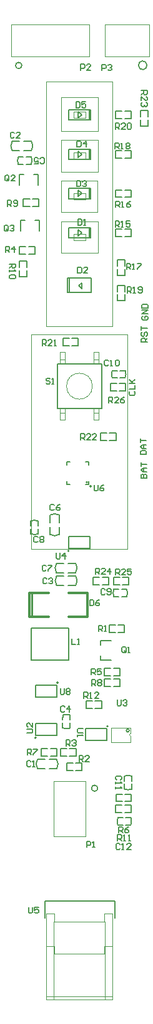
<source format=gto>
%FSLAX25Y25*%
%MOIN*%
G70*
G01*
G75*
%ADD10C,0.05906*%
%ADD11R,0.02362X0.02756*%
%ADD12R,0.02756X0.02362*%
%ADD13R,0.03150X0.03937*%
%ADD14R,0.03937X0.03150*%
%ADD15R,0.02559X0.02165*%
%ADD16R,0.02165X0.02559*%
%ADD17R,0.03543X0.03150*%
%ADD18R,0.03543X0.03150*%
%ADD19R,0.01575X0.03937*%
%ADD20O,0.01181X0.07874*%
%ADD21R,0.01181X0.07874*%
%ADD22R,0.02362X0.07874*%
%ADD23R,0.01063X0.07874*%
%ADD24R,0.05118X0.05118*%
%ADD25R,0.00787X0.02362*%
%ADD26R,0.00787X0.03150*%
%ADD27R,0.02362X0.00787*%
%ADD28R,0.03150X0.00787*%
%ADD29R,0.05118X0.15748*%
%ADD30R,0.03150X0.03543*%
%ADD31R,0.03150X0.03543*%
%ADD32R,0.06299X0.07480*%
%ADD33R,0.02756X0.13386*%
%ADD34R,0.02756X0.06102*%
%ADD35R,0.07874X0.10000*%
%ADD36R,0.07480X0.06299*%
%ADD37R,0.13386X0.02756*%
%ADD38R,0.03150X0.02559*%
%ADD39C,0.01575*%
%ADD40C,0.01000*%
%ADD41C,0.02362*%
%ADD42C,0.00787*%
%ADD43C,0.01181*%
%ADD44C,0.01969*%
%ADD45C,0.03150*%
%ADD46C,0.00500*%
%ADD47C,0.00591*%
%ADD48C,0.00394*%
%ADD49C,0.00600*%
%ADD50C,0.00197*%
%ADD51C,0.00709*%
%ADD52C,0.01200*%
D40*
X16040Y-315259D02*
Y-302661D01*
D42*
X39338Y-291961D02*
G03*
X39338Y-287019I-3706J2471D01*
G01*
X29102D02*
G03*
X29102Y-291961I3706J-2471D01*
G01*
X25679Y-271618D02*
G03*
X30621Y-271618I2471J3706D01*
G01*
Y-261382D02*
G03*
X25679Y-261382I-2471J-3706D01*
G01*
X18972Y-391160D02*
G03*
X18972Y-396101I3706J-2471D01*
G01*
X29208D02*
G03*
X29208Y-391160I-3706J2471D01*
G01*
X30028Y-350461D02*
G03*
X30028Y-350461I-394J0D01*
G01*
X56647Y-373540D02*
G03*
X56647Y-373540I-394J0D01*
G01*
X18240Y-379641D02*
G03*
X18240Y-379641I-394J0D01*
G01*
X47660Y-246061D02*
G03*
X47660Y-246061I-394J0D01*
G01*
X39378Y-298741D02*
G03*
X39378Y-293799I-3706J2471D01*
G01*
X29142D02*
G03*
X29142Y-298741I3706J-2471D01*
G01*
X15718Y-67781D02*
G03*
X15718Y-62839I-3706J2471D01*
G01*
X5482D02*
G03*
X5482Y-67781I3706J-2471D01*
G01*
X35810Y-280430D02*
G03*
X35810Y-280430I-394J0D01*
G01*
X35401Y-287019D02*
X39338D01*
X35401Y-291961D02*
X39338D01*
X29102Y-287019D02*
X33039D01*
X29102Y-291961D02*
X33039D01*
X30621Y-271618D02*
Y-267681D01*
X25679Y-271618D02*
Y-267681D01*
X30621Y-265319D02*
Y-261382D01*
X25679Y-265319D02*
Y-261382D01*
X18972Y-396101D02*
X22909D01*
X18972Y-391160D02*
X22909D01*
X25271Y-396101D02*
X29208D01*
X25271Y-391160D02*
X29208D01*
X17008Y-80470D02*
X19370D01*
X9134D02*
X11496D01*
X19370Y-86139D02*
Y-80470D01*
X9134Y-86100D02*
Y-80470D01*
X17666Y-104872D02*
X20028D01*
X9792D02*
X12154D01*
X20028Y-110541D02*
Y-104872D01*
X9792Y-110502D02*
Y-104872D01*
X45223Y-108675D02*
X47428D01*
X46759Y-114187D02*
X47389D01*
X47428Y-114148D01*
Y-113557D01*
X46759Y-114187D02*
Y-108675D01*
X47428Y-113557D02*
Y-108675D01*
X35774Y-114187D02*
X46759D01*
X35774D02*
Y-108675D01*
X46759D01*
X45223Y-87809D02*
X47428D01*
X46759Y-93321D02*
X47389D01*
X47428Y-93282D01*
Y-92691D01*
X46759Y-93321D02*
Y-87809D01*
X47428Y-92691D02*
Y-87809D01*
X35774Y-93321D02*
X46759D01*
X35774D02*
Y-87809D01*
X46759D01*
X45223Y-66943D02*
X47428D01*
X46759Y-72455D02*
X47389D01*
X47428Y-72416D01*
Y-71825D01*
X46759Y-72455D02*
Y-66943D01*
X47428Y-71825D02*
Y-66943D01*
X35774Y-72455D02*
X46759D01*
X35774D02*
Y-66943D01*
X46759D01*
X45223Y-46077D02*
X47428D01*
X46759Y-51589D02*
X47389D01*
X47428Y-51549D01*
Y-50959D01*
X46759Y-51589D02*
Y-46077D01*
X47428Y-50959D02*
Y-46077D01*
X35774Y-51589D02*
X46759D01*
X35774D02*
Y-46077D01*
X46759D01*
X35441Y-293799D02*
X39378D01*
X35441Y-298741D02*
X39378D01*
X29142Y-293799D02*
X33079D01*
X29142Y-298741D02*
X33079D01*
X52530Y-330440D02*
Y-328078D01*
Y-338314D02*
Y-335952D01*
Y-328078D02*
X58199D01*
X52530Y-338314D02*
X58160D01*
X11781Y-62839D02*
X15718D01*
X11781Y-67781D02*
X15718D01*
X5482Y-62839D02*
X9419D01*
X5482Y-67781D02*
X9419D01*
X29626Y-181004D02*
X53248D01*
X29626Y-204626D02*
Y-181004D01*
Y-204626D02*
X53248D01*
Y-181004D01*
X35017Y-143049D02*
X47615D01*
X35017Y-135568D02*
X47615D01*
X42497Y-141080D02*
Y-137930D01*
X47615Y-143049D02*
Y-135568D01*
X35017Y-143049D02*
Y-135568D01*
X35804Y-143049D02*
Y-135568D01*
X40922Y-139505D02*
X42497Y-141080D01*
X40922Y-139505D02*
X42497Y-137930D01*
D46*
X36365Y-367625D02*
G03*
X32466Y-367629I-1945J-4864D01*
G01*
X32436Y-374482D02*
G03*
X36372Y-374557I2063J4907D01*
G01*
X58865Y-184615D02*
G03*
X58868Y-188514I4864J-1945D01*
G01*
X65721Y-188544D02*
G03*
X65796Y-184608I-4907J2063D01*
G01*
X66615Y-304645D02*
G03*
X66612Y-300746I-4864J1945D01*
G01*
X59759Y-300716D02*
G03*
X59684Y-304652I4907J-2063D01*
G01*
X19295Y-264485D02*
G03*
X15396Y-264488I-1945J-4864D01*
G01*
X15366Y-271341D02*
G03*
X19302Y-271416I2063J4907D01*
G01*
X69255Y-400055D02*
G03*
X65356Y-400058I-1945J-4864D01*
G01*
X65326Y-406911D02*
G03*
X69262Y-406986I2063J4907D01*
G01*
X8715Y-71065D02*
G03*
X8718Y-74964I4864J-1945D01*
G01*
X15571Y-74994D02*
G03*
X15646Y-71058I-4907J2063D01*
G01*
X68731Y-426094D02*
G03*
X68806Y-422158I-4907J2063D01*
G01*
X61875Y-422165D02*
G03*
X61878Y-426064I4864J-1945D01*
G01*
X36369Y-370225D02*
Y-367627D01*
X32432Y-370225D02*
X32471Y-367627D01*
X36369Y-374558D02*
Y-371800D01*
X32432Y-374479D02*
Y-371800D01*
X58866Y-184611D02*
X61464D01*
X58866Y-188509D02*
X61464Y-188549D01*
X63039Y-184611D02*
X65798D01*
X63039Y-188549D02*
X65719D01*
X64016Y-304648D02*
X66614D01*
X64016Y-300711D02*
X66614Y-300751D01*
X59682Y-304648D02*
X62441D01*
X59761Y-300711D02*
X62441D01*
X19298Y-267084D02*
Y-264486D01*
X15361Y-267084D02*
X15401Y-264486D01*
X19298Y-271417D02*
Y-268659D01*
X15361Y-271339D02*
Y-268659D01*
X69258Y-402654D02*
Y-400056D01*
X65321Y-402654D02*
X65361Y-400056D01*
X69258Y-406988D02*
Y-404229D01*
X65321Y-406909D02*
Y-404229D01*
X8716Y-71061D02*
X11314D01*
X8716Y-74959D02*
X11314Y-74998D01*
X12889Y-71061D02*
X15648D01*
X12889Y-74998D02*
X15569D01*
X66049Y-426098D02*
X68729D01*
X66049Y-422161D02*
X68808D01*
X61876Y-426059D02*
X64474Y-426098D01*
X61876Y-422161D02*
X64474D01*
D47*
X67921Y-375889D02*
G03*
X67921Y-375889I-781J0D01*
G01*
X72829Y-22626D02*
G03*
X72820Y-22420I2271J206D01*
G01*
X10572Y-22446D02*
G03*
X10575Y-22549I-1652J-103D01*
G01*
X49457Y-408148D02*
G03*
X49354Y-408145I0J1655D01*
G01*
X62745Y-195349D02*
X66091D01*
Y-191411D01*
X62745D02*
X66091D01*
X57824Y-195349D02*
X61170D01*
X57824D02*
Y-191411D01*
X61170D01*
X59496Y-294492D02*
X62843D01*
X59496Y-298429D02*
Y-294492D01*
Y-298429D02*
X62843D01*
X64417Y-294492D02*
X67764D01*
Y-298429D02*
Y-294492D01*
X64417Y-298429D02*
X67764D01*
X48586Y-294492D02*
X51933D01*
X48586Y-298429D02*
Y-294492D01*
Y-298429D02*
X51933D01*
X53507Y-294492D02*
X56854D01*
Y-298429D02*
Y-294492D01*
X53507Y-298429D02*
X56854D01*
X77868Y-49793D02*
Y-46446D01*
X73931D02*
X77868D01*
X73931Y-49793D02*
Y-46446D01*
X77868Y-54714D02*
Y-51367D01*
X73931Y-54714D02*
X77868D01*
X73931D02*
Y-51367D01*
X52526Y-217711D02*
X55873D01*
X52526Y-221649D02*
Y-217711D01*
Y-221649D02*
X55873D01*
X57447Y-217711D02*
X60794D01*
Y-221649D02*
Y-217711D01*
X57447Y-221649D02*
X60794D01*
X37407Y-171309D02*
X40754D01*
Y-167371D01*
X37407D02*
X40754D01*
X32486Y-171309D02*
X35833D01*
X32486D02*
Y-167371D01*
X35833D01*
X60576Y-46922D02*
X63923D01*
X60576Y-50858D02*
Y-46922D01*
Y-50858D02*
X63923D01*
X65497Y-46922D02*
X68844D01*
Y-50858D02*
Y-46922D01*
X65497Y-50858D02*
X68844D01*
X61581Y-147564D02*
Y-144217D01*
Y-147564D02*
X65518D01*
Y-144217D01*
X61581Y-142643D02*
Y-139296D01*
X65518D01*
Y-142643D02*
Y-139296D01*
X60576Y-67730D02*
X63923D01*
X60576Y-71667D02*
Y-67730D01*
Y-71667D02*
X63923D01*
X65497Y-67730D02*
X68844D01*
Y-71667D02*
Y-67730D01*
X65497Y-71667D02*
X68844D01*
X65518Y-129063D02*
Y-125716D01*
X61581D02*
X65518D01*
X61581Y-129063D02*
Y-125716D01*
X65518Y-133984D02*
Y-130637D01*
X61581Y-133984D02*
X65518D01*
X61581D02*
Y-130637D01*
X60576Y-88597D02*
X63923D01*
X60576Y-92534D02*
Y-88597D01*
Y-92534D02*
X63923D01*
X65497Y-88597D02*
X68844D01*
Y-92534D02*
Y-88597D01*
X65497Y-92534D02*
X68844D01*
X60576Y-109463D02*
X63923D01*
X60576Y-113400D02*
Y-109463D01*
Y-113400D02*
X63923D01*
X65497Y-109463D02*
X68844D01*
Y-113400D02*
Y-109463D01*
X65497Y-113400D02*
X68844D01*
X49787Y-363968D02*
X53134D01*
Y-360032D01*
X49787D02*
X53134D01*
X44866Y-363968D02*
X48213D01*
X44866D02*
Y-360032D01*
X48213D01*
X54696Y-348387D02*
X58043D01*
X54696Y-352324D02*
Y-348387D01*
Y-352324D02*
X58043D01*
X59617Y-348387D02*
X62964D01*
Y-352324D02*
Y-348387D01*
X59617Y-352324D02*
X62964D01*
X20956Y-385452D02*
X24303D01*
X20956Y-389389D02*
Y-385452D01*
Y-389389D02*
X24303D01*
X25878Y-385452D02*
X29224D01*
Y-389389D02*
Y-385452D01*
X25878Y-389389D02*
X29224D01*
X54606Y-342697D02*
X57953D01*
X54606Y-346634D02*
Y-342697D01*
Y-346634D02*
X57953D01*
X59527Y-342697D02*
X62874D01*
Y-346634D02*
Y-342697D01*
X59527Y-346634D02*
X62874D01*
X31196Y-385462D02*
X34543D01*
X31196Y-389399D02*
Y-385462D01*
Y-389399D02*
X34543D01*
X36118Y-385462D02*
X39464D01*
Y-389399D02*
Y-385462D01*
X36118Y-389399D02*
X39464D01*
X39438Y-397169D02*
X42784D01*
Y-393232D01*
X39438D02*
X42784D01*
X34516Y-397169D02*
X37863D01*
X34516D02*
Y-393232D01*
X37863D01*
X57186Y-319807D02*
X60533D01*
X57186Y-323744D02*
Y-319807D01*
Y-323744D02*
X60533D01*
X62107Y-319807D02*
X65454D01*
Y-323744D02*
Y-319807D01*
X62107Y-323744D02*
X65454D01*
X65677Y-419328D02*
X69024D01*
Y-415391D01*
X65677D02*
X69024D01*
X60756Y-419328D02*
X64103D01*
X60756D02*
Y-415391D01*
X64103D01*
X9201Y-134754D02*
Y-131407D01*
Y-134754D02*
X13138D01*
Y-131407D01*
X9201Y-129833D02*
Y-126486D01*
X13138D01*
Y-129833D02*
Y-126486D01*
X11456Y-93591D02*
X14803D01*
X11456Y-97528D02*
Y-93591D01*
Y-97528D02*
X14803D01*
X16377Y-93591D02*
X19724D01*
Y-97528D02*
Y-93591D01*
X16377Y-97528D02*
X19724D01*
X14319Y-122641D02*
X17666D01*
Y-118703D01*
X14319D02*
X17666D01*
X9398Y-122641D02*
X12745D01*
X9398D02*
Y-118703D01*
X12745D01*
X22808Y-475395D02*
Y-466537D01*
X60170Y-475356D02*
Y-466537D01*
X22808D02*
X60170D01*
X46400Y-234801D02*
Y-233148D01*
X44746D02*
X46400D01*
X34589Y-234801D02*
Y-233148D01*
X36242D01*
X34589Y-244959D02*
Y-243305D01*
Y-244959D02*
X36242D01*
X44746D02*
X46400D01*
Y-243266D01*
X40775Y-109699D02*
X42467Y-111392D01*
X40775Y-113124D02*
Y-109699D01*
Y-113124D02*
X42467Y-111431D01*
Y-111431D01*
X40775Y-88833D02*
X42467Y-90526D01*
X40775Y-92258D02*
Y-88833D01*
Y-92258D02*
X42467Y-90565D01*
Y-90565D01*
X40775Y-67967D02*
X42467Y-69660D01*
X40775Y-71392D02*
Y-67967D01*
Y-71392D02*
X42467Y-69699D01*
Y-69699D01*
X40775Y-47100D02*
X42467Y-48794D01*
X40775Y-50526D02*
Y-47100D01*
Y-50526D02*
X42467Y-48833D01*
Y-48833D01*
X60816Y-409601D02*
X64163D01*
X60816Y-413539D02*
Y-409601D01*
Y-413539D02*
X64163D01*
X65737Y-409601D02*
X69084D01*
Y-413539D02*
Y-409601D01*
X65737Y-413539D02*
X69084D01*
X31201Y-353544D02*
Y-356168D01*
X31726Y-356693D01*
X32775D01*
X33300Y-356168D01*
Y-353544D01*
X34349Y-354069D02*
X34874Y-353544D01*
X35924D01*
X36448Y-354069D01*
Y-354594D01*
X35924Y-355119D01*
X36448Y-355643D01*
Y-356168D01*
X35924Y-356693D01*
X34874D01*
X34349Y-356168D01*
Y-355643D01*
X34874Y-355119D01*
X34349Y-354594D01*
Y-354069D01*
X34874Y-355119D02*
X35924D01*
X3299Y-109997D02*
Y-107898D01*
X2774Y-107373D01*
X1725D01*
X1200Y-107898D01*
Y-109997D01*
X1725Y-110522D01*
X2774D01*
X2249Y-109473D02*
X3299Y-110522D01*
X2774D02*
X3299Y-109997D01*
X4349Y-107898D02*
X4873Y-107373D01*
X5923D01*
X6448Y-107898D01*
Y-108423D01*
X5923Y-108948D01*
X5398D01*
X5923D01*
X6448Y-109473D01*
Y-109997D01*
X5923Y-110522D01*
X4873D01*
X4349Y-109997D01*
X3741Y-83395D02*
Y-81296D01*
X3216Y-80771D01*
X2167D01*
X1642Y-81296D01*
Y-83395D01*
X2167Y-83920D01*
X3216D01*
X2692Y-82871D02*
X3741Y-83920D01*
X3216D02*
X3741Y-83395D01*
X6890Y-83920D02*
X4791D01*
X6890Y-81821D01*
Y-81296D01*
X6365Y-80771D01*
X5315D01*
X4791Y-81296D01*
X46850Y-306399D02*
Y-309547D01*
X48425D01*
X48950Y-309022D01*
Y-306923D01*
X48425Y-306399D01*
X46850D01*
X52098D02*
X51048Y-306923D01*
X49999Y-307973D01*
Y-309022D01*
X50524Y-309547D01*
X51573D01*
X52098Y-309022D01*
Y-308498D01*
X51573Y-307973D01*
X49999D01*
X63352Y-402099D02*
X63877Y-401574D01*
Y-400525D01*
X63352Y-400000D01*
X61253D01*
X60728Y-400525D01*
Y-401574D01*
X61253Y-402099D01*
X60728Y-403149D02*
Y-404198D01*
Y-403673D01*
X63877D01*
X63352Y-403149D01*
X60728Y-405772D02*
Y-406822D01*
Y-406297D01*
X63877D01*
X63352Y-405772D01*
X13600Y-388800D02*
Y-385651D01*
X15174D01*
X15699Y-386176D01*
Y-387226D01*
X15174Y-387751D01*
X13600D01*
X14649D02*
X15699Y-388800D01*
X16749Y-385651D02*
X18848D01*
Y-386176D01*
X16749Y-388275D01*
Y-388800D01*
X39500Y-41851D02*
Y-45000D01*
X41074D01*
X41599Y-44475D01*
Y-42376D01*
X41074Y-41851D01*
X39500D01*
X44748D02*
X42649D01*
Y-43426D01*
X43698Y-42901D01*
X44223D01*
X44748Y-43426D01*
Y-44475D01*
X44223Y-45000D01*
X43173D01*
X42649Y-44475D01*
X40110Y-62628D02*
Y-65776D01*
X41684D01*
X42209Y-65251D01*
Y-63152D01*
X41684Y-62628D01*
X40110D01*
X44833Y-65776D02*
Y-62628D01*
X43259Y-64202D01*
X45358D01*
X39800Y-83744D02*
Y-86892D01*
X41374D01*
X41899Y-86367D01*
Y-84268D01*
X41374Y-83744D01*
X39800D01*
X42949Y-84268D02*
X43473Y-83744D01*
X44523D01*
X45048Y-84268D01*
Y-84793D01*
X44523Y-85318D01*
X43998D01*
X44523D01*
X45048Y-85843D01*
Y-86367D01*
X44523Y-86892D01*
X43473D01*
X42949Y-86367D01*
X40500Y-104180D02*
Y-107328D01*
X42074D01*
X42599Y-106804D01*
Y-104705D01*
X42074Y-104180D01*
X40500D01*
X43649Y-107328D02*
X44698D01*
X44173D01*
Y-104180D01*
X43649Y-104705D01*
X15399Y-392376D02*
X14874Y-391851D01*
X13825D01*
X13300Y-392376D01*
Y-394475D01*
X13825Y-395000D01*
X14874D01*
X15399Y-394475D01*
X16449Y-395000D02*
X17498D01*
X16973D01*
Y-391851D01*
X16449Y-392376D01*
X6589Y-58456D02*
X6064Y-57931D01*
X5015D01*
X4490Y-58456D01*
Y-60555D01*
X5015Y-61080D01*
X6064D01*
X6589Y-60555D01*
X9738Y-61080D02*
X7639D01*
X9738Y-58981D01*
Y-58456D01*
X9213Y-57931D01*
X8163D01*
X7639Y-58456D01*
X23899Y-295276D02*
X23374Y-294751D01*
X22325D01*
X21800Y-295276D01*
Y-297375D01*
X22325Y-297900D01*
X23374D01*
X23899Y-297375D01*
X24949Y-295276D02*
X25473Y-294751D01*
X26523D01*
X27048Y-295276D01*
Y-295801D01*
X26523Y-296326D01*
X25998D01*
X26523D01*
X27048Y-296850D01*
Y-297375D01*
X26523Y-297900D01*
X25473D01*
X24949Y-297375D01*
X33497Y-363420D02*
X32972Y-362895D01*
X31922D01*
X31398Y-363420D01*
Y-365518D01*
X31922Y-366043D01*
X32972D01*
X33497Y-365518D01*
X36121Y-366043D02*
Y-362895D01*
X34546Y-364469D01*
X36645D01*
X20381Y-74136D02*
X20906Y-74661D01*
X21955D01*
X22480Y-74136D01*
Y-72037D01*
X21955Y-71512D01*
X20906D01*
X20381Y-72037D01*
X17232Y-74661D02*
X19331D01*
Y-73086D01*
X18282Y-73611D01*
X17757D01*
X17232Y-73086D01*
Y-72037D01*
X17757Y-71512D01*
X18807D01*
X19331Y-72037D01*
X27887Y-256234D02*
X27362Y-255710D01*
X26312D01*
X25787Y-256234D01*
Y-258333D01*
X26312Y-258858D01*
X27362D01*
X27887Y-258333D01*
X31035Y-255710D02*
X29985Y-256234D01*
X28936Y-257284D01*
Y-258333D01*
X29461Y-258858D01*
X30510D01*
X31035Y-258333D01*
Y-257809D01*
X30510Y-257284D01*
X28936D01*
X23599Y-288476D02*
X23074Y-287951D01*
X22025D01*
X21500Y-288476D01*
Y-290575D01*
X22025Y-291100D01*
X23074D01*
X23599Y-290575D01*
X24649Y-287951D02*
X26748D01*
Y-288476D01*
X24649Y-290575D01*
Y-291100D01*
X19186Y-273242D02*
X18661Y-272717D01*
X17611D01*
X17087Y-273242D01*
Y-275341D01*
X17611Y-275866D01*
X18661D01*
X19186Y-275341D01*
X20235Y-273242D02*
X20760Y-272717D01*
X21810D01*
X22334Y-273242D01*
Y-273767D01*
X21810Y-274292D01*
X22334Y-274817D01*
Y-275341D01*
X21810Y-275866D01*
X20760D01*
X20235Y-275341D01*
Y-274817D01*
X20760Y-274292D01*
X20235Y-273767D01*
Y-273242D01*
X20760Y-274292D02*
X21810D01*
X54999Y-300976D02*
X54474Y-300451D01*
X53425D01*
X52900Y-300976D01*
Y-303075D01*
X53425Y-303600D01*
X54474D01*
X54999Y-303075D01*
X56049D02*
X56573Y-303600D01*
X57623D01*
X58148Y-303075D01*
Y-300976D01*
X57623Y-300451D01*
X56573D01*
X56049Y-300976D01*
Y-301501D01*
X56573Y-302026D01*
X58148D01*
X56799Y-179476D02*
X56274Y-178951D01*
X55225D01*
X54700Y-179476D01*
Y-181575D01*
X55225Y-182100D01*
X56274D01*
X56799Y-181575D01*
X57849Y-182100D02*
X58898D01*
X58373D01*
Y-178951D01*
X57849Y-179476D01*
X60472D02*
X60997Y-178951D01*
X62047D01*
X62572Y-179476D01*
Y-181575D01*
X62047Y-182100D01*
X60997D01*
X60472Y-181575D01*
Y-179476D01*
X40453Y-129725D02*
Y-132874D01*
X42027D01*
X42552Y-132349D01*
Y-130250D01*
X42027Y-129725D01*
X40453D01*
X45700Y-132874D02*
X43601D01*
X45700Y-130775D01*
Y-130250D01*
X45176Y-129725D01*
X44126D01*
X43601Y-130250D01*
X37248Y-327011D02*
Y-330159D01*
X39347D01*
X40396D02*
X41446D01*
X40921D01*
Y-327011D01*
X40396Y-327536D01*
X45300Y-437900D02*
Y-434751D01*
X46874D01*
X47399Y-435276D01*
Y-436326D01*
X46874Y-436851D01*
X45300D01*
X48449Y-437900D02*
X49498D01*
X48973D01*
Y-434751D01*
X48449Y-435276D01*
X42100Y-25000D02*
Y-21851D01*
X43674D01*
X44199Y-22376D01*
Y-23426D01*
X43674Y-23950D01*
X42100D01*
X47348Y-25000D02*
X45249D01*
X47348Y-22901D01*
Y-22376D01*
X46823Y-21851D01*
X45773D01*
X45249Y-22376D01*
X53400Y-25200D02*
Y-22051D01*
X54974D01*
X55499Y-22576D01*
Y-23626D01*
X54974Y-24150D01*
X53400D01*
X56549Y-22576D02*
X57073Y-22051D01*
X58123D01*
X58648Y-22576D01*
Y-23101D01*
X58123Y-23626D01*
X57598D01*
X58123D01*
X58648Y-24150D01*
Y-24675D01*
X58123Y-25200D01*
X57073D01*
X56549Y-24675D01*
X66174Y-333924D02*
Y-331825D01*
X65649Y-331300D01*
X64600D01*
X64075Y-331825D01*
Y-333924D01*
X64600Y-334449D01*
X65649D01*
X65124Y-333399D02*
X66174Y-334449D01*
X65649D02*
X66174Y-333924D01*
X67223Y-334449D02*
X68273D01*
X67748D01*
Y-331300D01*
X67223Y-331825D01*
X51500Y-323200D02*
Y-320051D01*
X53074D01*
X53599Y-320576D01*
Y-321626D01*
X53074Y-322150D01*
X51500D01*
X52549D02*
X53599Y-323200D01*
X54649D02*
X55698D01*
X55173D01*
Y-320051D01*
X54649Y-320576D01*
X41299Y-392284D02*
Y-389135D01*
X42873D01*
X43398Y-389660D01*
Y-390709D01*
X42873Y-391234D01*
X41299D01*
X42349D02*
X43398Y-392284D01*
X46547D02*
X44448D01*
X46547Y-390184D01*
Y-389660D01*
X46022Y-389135D01*
X44973D01*
X44448Y-389660D01*
X34252Y-384055D02*
Y-380907D01*
X35826D01*
X36351Y-381431D01*
Y-382481D01*
X35826Y-383006D01*
X34252D01*
X35302D02*
X36351Y-384055D01*
X37401Y-381431D02*
X37925Y-380907D01*
X38975D01*
X39500Y-381431D01*
Y-381956D01*
X38975Y-382481D01*
X38450D01*
X38975D01*
X39500Y-383006D01*
Y-383530D01*
X38975Y-384055D01*
X37925D01*
X37401Y-383530D01*
X1900Y-121800D02*
Y-118651D01*
X3474D01*
X3999Y-119176D01*
Y-120226D01*
X3474Y-120750D01*
X1900D01*
X2950D02*
X3999Y-121800D01*
X6623D02*
Y-118651D01*
X5049Y-120226D01*
X7148D01*
X47700Y-346200D02*
Y-343051D01*
X49274D01*
X49799Y-343576D01*
Y-344626D01*
X49274Y-345150D01*
X47700D01*
X48750D02*
X49799Y-346200D01*
X52948Y-343051D02*
X50849D01*
Y-344626D01*
X51898Y-344101D01*
X52423D01*
X52948Y-344626D01*
Y-345675D01*
X52423Y-346200D01*
X51373D01*
X50849Y-345675D01*
X47900Y-352000D02*
Y-348851D01*
X49474D01*
X49999Y-349376D01*
Y-350426D01*
X49474Y-350951D01*
X47900D01*
X48950D02*
X49999Y-352000D01*
X51049Y-349376D02*
X51573Y-348851D01*
X52623D01*
X53148Y-349376D01*
Y-349901D01*
X52623Y-350426D01*
X53148Y-350951D01*
Y-351475D01*
X52623Y-352000D01*
X51573D01*
X51049Y-351475D01*
Y-350951D01*
X51573Y-350426D01*
X51049Y-349901D01*
Y-349376D01*
X51573Y-350426D02*
X52623D01*
X3020Y-97310D02*
Y-94161D01*
X4594D01*
X5119Y-94686D01*
Y-95736D01*
X4594Y-96260D01*
X3020D01*
X4070D02*
X5119Y-97310D01*
X6169Y-96785D02*
X6694Y-97310D01*
X7743D01*
X8268Y-96785D01*
Y-94686D01*
X7743Y-94161D01*
X6694D01*
X6169Y-94686D01*
Y-95211D01*
X6694Y-95736D01*
X8268D01*
X4100Y-128000D02*
X7249D01*
Y-129574D01*
X6724Y-130099D01*
X5674D01*
X5150Y-129574D01*
Y-128000D01*
Y-129050D02*
X4100Y-130099D01*
Y-131149D02*
Y-132198D01*
Y-131673D01*
X7249D01*
X6724Y-131149D01*
Y-133772D02*
X7249Y-134297D01*
Y-135347D01*
X6724Y-135872D01*
X4625D01*
X4100Y-135347D01*
Y-134297D01*
X4625Y-133772D01*
X6724D01*
X61713Y-434350D02*
Y-431202D01*
X63287D01*
X63812Y-431727D01*
Y-432776D01*
X63287Y-433301D01*
X61713D01*
X62762D02*
X63812Y-434350D01*
X64861D02*
X65911D01*
X65386D01*
Y-431202D01*
X64861Y-431727D01*
X67485Y-434350D02*
X68535D01*
X68010D01*
Y-431202D01*
X67485Y-431727D01*
X43701Y-358661D02*
Y-355513D01*
X45275D01*
X45800Y-356038D01*
Y-357087D01*
X45275Y-357612D01*
X43701D01*
X44750D02*
X45800Y-358661D01*
X46849D02*
X47899D01*
X47374D01*
Y-355513D01*
X46849Y-356038D01*
X51572Y-358661D02*
X49473D01*
X51572Y-356562D01*
Y-356038D01*
X51047Y-355513D01*
X49998D01*
X49473Y-356038D01*
X60500Y-108391D02*
Y-105243D01*
X62074D01*
X62599Y-105767D01*
Y-106817D01*
X62074Y-107342D01*
X60500D01*
X61550D02*
X62599Y-108391D01*
X63649D02*
X64698D01*
X64173D01*
Y-105243D01*
X63649Y-105767D01*
X68371Y-105243D02*
X66272D01*
Y-106817D01*
X67322Y-106292D01*
X67847D01*
X68371Y-106817D01*
Y-107867D01*
X67847Y-108391D01*
X66797D01*
X66272Y-107867D01*
X60700Y-97795D02*
Y-94647D01*
X62274D01*
X62799Y-95171D01*
Y-96221D01*
X62274Y-96746D01*
X60700D01*
X61750D02*
X62799Y-97795D01*
X63849D02*
X64898D01*
X64373D01*
Y-94647D01*
X63849Y-95171D01*
X68572Y-94647D02*
X67522Y-95171D01*
X66472Y-96221D01*
Y-97270D01*
X66997Y-97795D01*
X68047D01*
X68572Y-97270D01*
Y-96746D01*
X68047Y-96221D01*
X66472D01*
X66496Y-130905D02*
Y-127757D01*
X68070D01*
X68595Y-128282D01*
Y-129331D01*
X68070Y-129856D01*
X66496D01*
X67546D02*
X68595Y-130905D01*
X69645D02*
X70694D01*
X70169D01*
Y-127757D01*
X69645Y-128282D01*
X72268Y-127757D02*
X74367D01*
Y-128282D01*
X72268Y-130381D01*
Y-130905D01*
X60400Y-66839D02*
Y-63690D01*
X61974D01*
X62499Y-64215D01*
Y-65265D01*
X61974Y-65789D01*
X60400D01*
X61449D02*
X62499Y-66839D01*
X63549D02*
X64598D01*
X64073D01*
Y-63690D01*
X63549Y-64215D01*
X66172D02*
X66697Y-63690D01*
X67747D01*
X68271Y-64215D01*
Y-64740D01*
X67747Y-65265D01*
X68271Y-65789D01*
Y-66314D01*
X67747Y-66839D01*
X66697D01*
X66172Y-66314D01*
Y-65789D01*
X66697Y-65265D01*
X66172Y-64740D01*
Y-64215D01*
X66697Y-65265D02*
X67747D01*
X66969Y-143347D02*
Y-140198D01*
X68543D01*
X69068Y-140723D01*
Y-141772D01*
X68543Y-142297D01*
X66969D01*
X68018D02*
X69068Y-143347D01*
X70117D02*
X71167D01*
X70642D01*
Y-140198D01*
X70117Y-140723D01*
X72741Y-142822D02*
X73266Y-143347D01*
X74315D01*
X74840Y-142822D01*
Y-140723D01*
X74315Y-140198D01*
X73266D01*
X72741Y-140723D01*
Y-141247D01*
X73266Y-141772D01*
X74840D01*
X60600Y-56400D02*
Y-53251D01*
X62174D01*
X62699Y-53776D01*
Y-54826D01*
X62174Y-55351D01*
X60600D01*
X61650D02*
X62699Y-56400D01*
X65848D02*
X63749D01*
X65848Y-54301D01*
Y-53776D01*
X65323Y-53251D01*
X64273D01*
X63749Y-53776D01*
X66897D02*
X67422Y-53251D01*
X68471D01*
X68996Y-53776D01*
Y-55875D01*
X68471Y-56400D01*
X67422D01*
X66897Y-55875D01*
Y-53776D01*
X21500Y-171400D02*
Y-168251D01*
X23074D01*
X23599Y-168776D01*
Y-169826D01*
X23074Y-170351D01*
X21500D01*
X22549D02*
X23599Y-171400D01*
X26748D02*
X24649D01*
X26748Y-169301D01*
Y-168776D01*
X26223Y-168251D01*
X25173D01*
X24649Y-168776D01*
X27797Y-171400D02*
X28847D01*
X28322D01*
Y-168251D01*
X27797Y-168776D01*
X42028Y-221358D02*
Y-218210D01*
X43602D01*
X44127Y-218734D01*
Y-219784D01*
X43602Y-220309D01*
X42028D01*
X43077D02*
X44127Y-221358D01*
X47275D02*
X45176D01*
X47275Y-219259D01*
Y-218734D01*
X46751Y-218210D01*
X45701D01*
X45176Y-218734D01*
X50424Y-221358D02*
X48325D01*
X50424Y-219259D01*
Y-218734D01*
X49899Y-218210D01*
X48849D01*
X48325Y-218734D01*
X74410Y-35925D02*
X77558D01*
Y-37499D01*
X77033Y-38024D01*
X75984D01*
X75459Y-37499D01*
Y-35925D01*
Y-36975D02*
X74410Y-38024D01*
Y-41173D02*
Y-39074D01*
X76508Y-41173D01*
X77033D01*
X77558Y-40648D01*
Y-39599D01*
X77033Y-39074D01*
Y-42222D02*
X77558Y-42747D01*
Y-43797D01*
X77033Y-44321D01*
X76508D01*
X75984Y-43797D01*
Y-43272D01*
Y-43797D01*
X75459Y-44321D01*
X74934D01*
X74410Y-43797D01*
Y-42747D01*
X74934Y-42222D01*
X49915Y-292861D02*
Y-289713D01*
X51489D01*
X52014Y-290238D01*
Y-291287D01*
X51489Y-291812D01*
X49915D01*
X50964D02*
X52014Y-292861D01*
X55162D02*
X53063D01*
X55162Y-290762D01*
Y-290238D01*
X54638Y-289713D01*
X53588D01*
X53063Y-290238D01*
X57786Y-292861D02*
Y-289713D01*
X56212Y-291287D01*
X58311D01*
X60710Y-293107D02*
Y-289959D01*
X62284D01*
X62809Y-290483D01*
Y-291533D01*
X62284Y-292058D01*
X60710D01*
X61760D02*
X62809Y-293107D01*
X65958D02*
X63859D01*
X65958Y-291008D01*
Y-290483D01*
X65433Y-289959D01*
X64384D01*
X63859Y-290483D01*
X69107Y-289959D02*
X67007D01*
Y-291533D01*
X68057Y-291008D01*
X68582D01*
X69107Y-291533D01*
Y-292582D01*
X68582Y-293107D01*
X67532D01*
X67007Y-292582D01*
X57000Y-201811D02*
Y-198662D01*
X58574D01*
X59099Y-199187D01*
Y-200237D01*
X58574Y-200762D01*
X57000D01*
X58049D02*
X59099Y-201811D01*
X62248D02*
X60149D01*
X62248Y-199712D01*
Y-199187D01*
X61723Y-198662D01*
X60673D01*
X60149Y-199187D01*
X65396Y-198662D02*
X64347Y-199187D01*
X63297Y-200237D01*
Y-201286D01*
X63822Y-201811D01*
X64872D01*
X65396Y-201286D01*
Y-200762D01*
X64872Y-200237D01*
X63297D01*
X25682Y-189148D02*
X25157Y-188623D01*
X24107D01*
X23583Y-189148D01*
Y-189673D01*
X24107Y-190197D01*
X25157D01*
X25682Y-190722D01*
Y-191247D01*
X25157Y-191772D01*
X24107D01*
X23583Y-191247D01*
X26731Y-191772D02*
X27781D01*
X27256D01*
Y-188623D01*
X26731Y-189148D01*
X43306Y-374902D02*
X40682D01*
X40157Y-375426D01*
Y-376476D01*
X40682Y-377001D01*
X43306D01*
X40157Y-378050D02*
Y-379100D01*
Y-378575D01*
X43306D01*
X42781Y-378050D01*
X13288Y-377165D02*
X15912D01*
X16437Y-376641D01*
Y-375591D01*
X15912Y-375066D01*
X13288D01*
X16437Y-371918D02*
Y-374017D01*
X14338Y-371918D01*
X13813D01*
X13288Y-372443D01*
Y-373492D01*
X13813Y-374017D01*
X61516Y-359548D02*
Y-362172D01*
X62041Y-362697D01*
X63090D01*
X63615Y-362172D01*
Y-359548D01*
X64664Y-360073D02*
X65189Y-359548D01*
X66239D01*
X66763Y-360073D01*
Y-360598D01*
X66239Y-361123D01*
X65714D01*
X66239D01*
X66763Y-361647D01*
Y-362172D01*
X66239Y-362697D01*
X65189D01*
X64664Y-362172D01*
X28937Y-281497D02*
Y-284121D01*
X29462Y-284646D01*
X30511D01*
X31036Y-284121D01*
Y-281497D01*
X33660Y-284646D02*
Y-281497D01*
X32086Y-283071D01*
X34185D01*
X14215Y-469757D02*
Y-472380D01*
X14740Y-472905D01*
X15789D01*
X16314Y-472380D01*
Y-469757D01*
X19463D02*
X17364D01*
Y-471331D01*
X18413Y-470806D01*
X18938D01*
X19463Y-471331D01*
Y-472380D01*
X18938Y-472905D01*
X17888D01*
X17364Y-472380D01*
X49173Y-245355D02*
Y-247979D01*
X49698Y-248504D01*
X50748D01*
X51272Y-247979D01*
Y-245355D01*
X54421D02*
X53371Y-245880D01*
X52322Y-246930D01*
Y-247979D01*
X52847Y-248504D01*
X53896D01*
X54421Y-247979D01*
Y-247454D01*
X53896Y-246930D01*
X52322D01*
X63024Y-436352D02*
X62499Y-435828D01*
X61450D01*
X60925Y-436352D01*
Y-438452D01*
X61450Y-438976D01*
X62499D01*
X63024Y-438452D01*
X64074Y-438976D02*
X65123D01*
X64599D01*
Y-435828D01*
X64074Y-436352D01*
X68797Y-438976D02*
X66698D01*
X68797Y-436877D01*
Y-436352D01*
X68272Y-435828D01*
X67222D01*
X66698Y-436352D01*
X62363Y-430138D02*
Y-426990D01*
X63937D01*
X64462Y-427514D01*
Y-428564D01*
X63937Y-429089D01*
X62363D01*
X63413D02*
X64462Y-430138D01*
X67611Y-426990D02*
X66561Y-427514D01*
X65512Y-428564D01*
Y-429613D01*
X66036Y-430138D01*
X67086D01*
X67611Y-429613D01*
Y-429089D01*
X67086Y-428564D01*
X65512D01*
X75276Y-155601D02*
X74751Y-156126D01*
Y-157175D01*
X75276Y-157700D01*
X77375D01*
X77900Y-157175D01*
Y-156126D01*
X77375Y-155601D01*
X76326D01*
Y-156650D01*
X77900Y-154551D02*
X74751D01*
X77900Y-152452D01*
X74751D01*
Y-151403D02*
X77900D01*
Y-149829D01*
X77375Y-149304D01*
X75276D01*
X74751Y-149829D01*
Y-151403D01*
X77600Y-169500D02*
X74451D01*
Y-167926D01*
X74976Y-167401D01*
X76026D01*
X76551Y-167926D01*
Y-169500D01*
Y-168450D02*
X77600Y-167401D01*
X74976Y-164252D02*
X74451Y-164777D01*
Y-165827D01*
X74976Y-166351D01*
X75501D01*
X76026Y-165827D01*
Y-164777D01*
X76551Y-164252D01*
X77075D01*
X77600Y-164777D01*
Y-165827D01*
X77075Y-166351D01*
X74451Y-163203D02*
Y-161104D01*
Y-162153D01*
X77600D01*
X68376Y-195601D02*
X67851Y-196126D01*
Y-197175D01*
X68376Y-197700D01*
X70475D01*
X71000Y-197175D01*
Y-196126D01*
X70475Y-195601D01*
X67851Y-194551D02*
X71000D01*
Y-192452D01*
X67851Y-191403D02*
X71000D01*
X69950D01*
X67851Y-189304D01*
X69426Y-190878D01*
X71000Y-189304D01*
X74151Y-241700D02*
X77300D01*
Y-240126D01*
X76775Y-239601D01*
X76250D01*
X75726Y-240126D01*
Y-241700D01*
Y-240126D01*
X75201Y-239601D01*
X74676D01*
X74151Y-240126D01*
Y-241700D01*
X77300Y-238551D02*
X75201D01*
X74151Y-237502D01*
X75201Y-236452D01*
X77300D01*
X75726D01*
Y-238551D01*
X74151Y-235403D02*
Y-233304D01*
Y-234353D01*
X77300D01*
X73951Y-229200D02*
X77100D01*
Y-227626D01*
X76575Y-227101D01*
X74476D01*
X73951Y-227626D01*
Y-229200D01*
X77100Y-226051D02*
X75001D01*
X73951Y-225002D01*
X75001Y-223952D01*
X77100D01*
X75526D01*
Y-226051D01*
X73951Y-222903D02*
Y-220804D01*
Y-221853D01*
X77100D01*
D48*
X68620Y-377560D02*
G03*
X68620Y-378840I0J-640D01*
G01*
X58383Y-374401D02*
X68620D01*
X58383Y-381999D02*
Y-374401D01*
Y-381999D02*
X68620D01*
Y-378840D01*
Y-377560D02*
Y-374401D01*
X54878Y-720D02*
X78500D01*
X54878Y-17720D02*
Y-791D01*
Y-17720D02*
X78500D01*
Y-791D01*
X5120Y-720D02*
X46459D01*
Y-17649D02*
Y-720D01*
X5120Y-17649D02*
X46459D01*
X5120D02*
Y-720D01*
X23622Y-161024D02*
Y-31102D01*
X59055D01*
Y-161024D02*
Y-31102D01*
X23622Y-161024D02*
X59055D01*
X31496Y-57284D02*
Y-39567D01*
X51181D01*
Y-57284D02*
Y-39567D01*
X31496Y-57284D02*
X51181D01*
X31496Y-78937D02*
Y-62008D01*
X51181D01*
X31496Y-78937D02*
X51181D01*
Y-62008D01*
X31496Y-100591D02*
Y-83661D01*
X51024D01*
X31496Y-100591D02*
X51063D01*
X51024Y-100551D02*
X51063Y-100591D01*
Y-83701D01*
X31496Y-122244D02*
Y-105315D01*
X51181D01*
X31496Y-122244D02*
X51181D01*
Y-105315D01*
X15748Y-279528D02*
Y-165354D01*
X66929D01*
Y-279528D02*
Y-165354D01*
X15748Y-279528D02*
X66929D01*
X27628Y-432193D02*
Y-402693D01*
Y-432193D02*
X44557D01*
Y-402693D01*
X27628D02*
X44557D01*
D49*
X45770Y-243935D02*
G03*
X45770Y-243935I-394J0D01*
G01*
D50*
X48228Y-192913D02*
G03*
X48228Y-192913I-6890J0D01*
G01*
X38189Y-47244D02*
X44488D01*
Y-50394D02*
Y-47244D01*
X38189Y-50394D02*
X44488D01*
X38189D02*
Y-47244D01*
Y-68898D02*
X44488D01*
Y-72047D02*
Y-68898D01*
X38189Y-72047D02*
X44488D01*
X38189D02*
Y-68898D01*
Y-90551D02*
X44488D01*
X38189Y-93701D02*
X44488D01*
Y-90551D01*
X38189Y-93701D02*
Y-90551D01*
Y-112205D02*
X44488D01*
Y-115354D02*
Y-112205D01*
X38189Y-115354D02*
X44488D01*
X38189D02*
Y-112205D01*
X53248Y-204823D02*
Y-181004D01*
X29429Y-204823D02*
Y-181004D01*
Y-204823D02*
X53248D01*
X29429Y-181004D02*
X53248D01*
X30906Y-210925D02*
Y-204823D01*
X33661Y-210925D02*
Y-204823D01*
X30906Y-206988D02*
X33661D01*
X30906Y-210925D02*
X33661D01*
X49016D02*
Y-204823D01*
X51772Y-210925D02*
Y-204823D01*
X49016Y-206988D02*
X51772D01*
X49016Y-210925D02*
X51772D01*
X30906Y-181004D02*
Y-174902D01*
X33661Y-181004D02*
Y-174902D01*
X30906D02*
X33661D01*
X30906Y-178839D02*
X33661D01*
X49016Y-181004D02*
Y-174902D01*
X51772Y-181004D02*
Y-174902D01*
X49016D02*
X51772D01*
X49016Y-178839D02*
X51772D01*
X23740Y-518701D02*
Y-473229D01*
X23741D02*
X27953D01*
Y-477362D02*
Y-473229D01*
X27677Y-477362D02*
X55000D01*
X54724D02*
Y-473229D01*
X58936D01*
X58937Y-518701D02*
Y-473229D01*
X27677Y-518701D02*
Y-477362D01*
X55000Y-518701D02*
Y-477362D01*
X27677Y-494567D02*
X55000D01*
X23741Y-490433D02*
X27953D01*
Y-494567D02*
Y-490433D01*
X54724Y-494567D02*
Y-490433D01*
X58936D01*
X23740Y-517244D02*
X58937D01*
X23740Y-518701D02*
X58937D01*
D51*
X29449Y-358110D02*
Y-351811D01*
X18032D02*
X29449D01*
X18032Y-358110D02*
X29449D01*
X18032D02*
Y-351811D01*
X56069Y-381190D02*
Y-374890D01*
X44651D02*
X56069D01*
X44651Y-381190D02*
X56069D01*
X44651D02*
Y-374890D01*
X18032Y-378290D02*
Y-371991D01*
Y-378290D02*
X29449D01*
X18032Y-371991D02*
X29449D01*
Y-378290D02*
Y-371991D01*
X15467Y-338473D02*
X35656D01*
X15467D02*
Y-321473D01*
X35656Y-338473D02*
Y-321473D01*
X15467D02*
X35656D01*
X47019Y-279080D02*
Y-272780D01*
X35601D02*
X47019D01*
X35601Y-279080D02*
X47019D01*
X35601D02*
Y-272780D01*
D52*
X35540Y-302661D02*
X45540D01*
X35540Y-315259D02*
X45540D01*
X14540Y-302661D02*
X25048D01*
X14540Y-315259D02*
X25048D01*
X45540D02*
Y-302661D01*
X14540Y-315259D02*
Y-302661D01*
M02*

</source>
